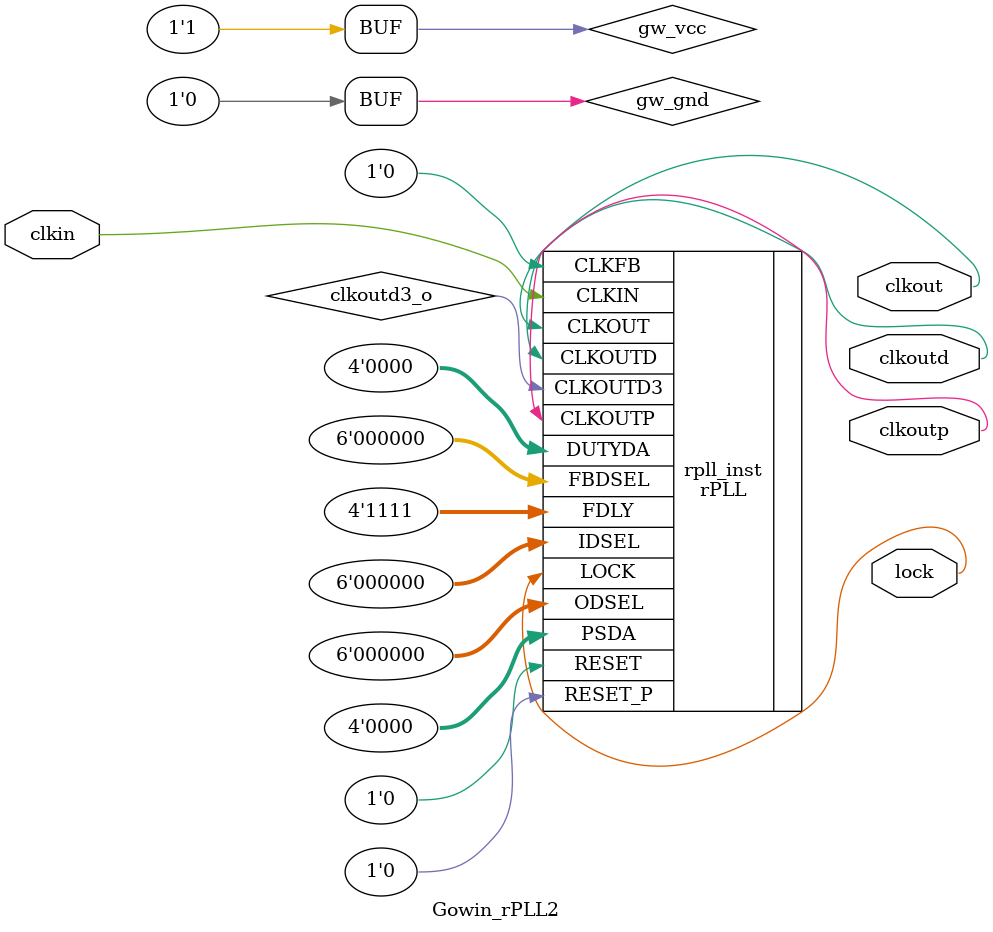
<source format=v>

module Gowin_rPLL2 (clkout, lock, clkoutp, clkoutd, clkin);

output clkout;
output lock;
output clkoutp;
output clkoutd;
input clkin;

wire clkoutd3_o;
wire gw_vcc;
wire gw_gnd;

assign gw_vcc = 1'b1;
assign gw_gnd = 1'b0;

rPLL rpll_inst (
    .CLKOUT(clkout),
    .LOCK(lock),
    .CLKOUTP(clkoutp),
    .CLKOUTD(clkoutd),
    .CLKOUTD3(clkoutd3_o),
    .RESET(gw_gnd),
    .RESET_P(gw_gnd),
    .CLKIN(clkin),
    .CLKFB(gw_gnd),
    .FBDSEL({gw_gnd,gw_gnd,gw_gnd,gw_gnd,gw_gnd,gw_gnd}),
    .IDSEL({gw_gnd,gw_gnd,gw_gnd,gw_gnd,gw_gnd,gw_gnd}),
    .ODSEL({gw_gnd,gw_gnd,gw_gnd,gw_gnd,gw_gnd,gw_gnd}),
    .PSDA({gw_gnd,gw_gnd,gw_gnd,gw_gnd}),
    .DUTYDA({gw_gnd,gw_gnd,gw_gnd,gw_gnd}),
    .FDLY({gw_vcc,gw_vcc,gw_vcc,gw_vcc})
);

defparam rpll_inst.FCLKIN = "27";
defparam rpll_inst.DYN_IDIV_SEL = "false";
defparam rpll_inst.IDIV_SEL = 7;
defparam rpll_inst.DYN_FBDIV_SEL = "false";
defparam rpll_inst.FBDIV_SEL = 36;
defparam rpll_inst.DYN_ODIV_SEL = "false";
defparam rpll_inst.ODIV_SEL = 8;
defparam rpll_inst.PSDA_SEL = "1010";
defparam rpll_inst.DYN_DA_EN = "false";
defparam rpll_inst.DUTYDA_SEL = "1000";
defparam rpll_inst.CLKOUT_FT_DIR = 1'b1;
defparam rpll_inst.CLKOUTP_FT_DIR = 1'b1;
defparam rpll_inst.CLKOUT_DLY_STEP = 0;
defparam rpll_inst.CLKOUTP_DLY_STEP = 0;
defparam rpll_inst.CLKFB_SEL = "internal";
defparam rpll_inst.CLKOUT_BYPASS = "false";
defparam rpll_inst.CLKOUTP_BYPASS = "false";
defparam rpll_inst.CLKOUTD_BYPASS = "false";
defparam rpll_inst.DYN_SDIV_SEL = 8;
defparam rpll_inst.CLKOUTD_SRC = "CLKOUT";
defparam rpll_inst.CLKOUTD3_SRC = "CLKOUT";
defparam rpll_inst.DEVICE = "GW2AR-18C";

endmodule //Gowin_rPLL2

</source>
